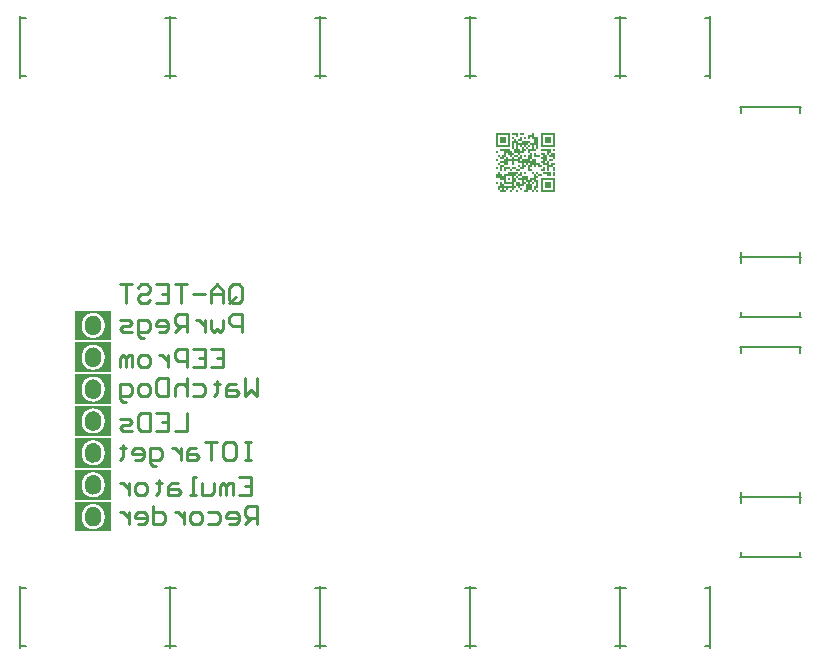
<source format=gbr>
%TF.GenerationSoftware,Altium Limited,Altium Designer,20.2.6 (244)*%
G04 Layer_Color=32896*
%FSLAX45Y45*%
%MOMM*%
%TF.SameCoordinates,1A285BE7-DF3D-4214-9C7A-F78C9B27F18F*%
%TF.FilePolarity,Positive*%
%TF.FileFunction,Legend,Bot*%
%TF.Part,Single*%
G01*
G75*
%TA.AperFunction,NonConductor*%
%ADD77C,0.15000*%
%ADD100C,0.25000*%
%ADD101R,1.20700X0.17200*%
%ADD102R,0.17300X0.17200*%
%ADD103R,0.17300X0.17200*%
%ADD104R,0.34500X0.17200*%
%ADD105R,0.17200X0.17200*%
%ADD106R,0.51700X0.17200*%
%ADD107R,0.17200X0.17300*%
%ADD108R,0.17300X0.17300*%
%ADD109R,0.17200X0.17300*%
%ADD110R,0.51700X0.17300*%
%ADD111R,0.17300X0.17300*%
%ADD112R,0.17200X0.17200*%
%ADD113R,0.51700X0.17200*%
%ADD114R,0.17300X0.17200*%
%ADD115R,0.34500X0.17200*%
%ADD116R,0.51700X0.17200*%
%ADD117R,1.55200X0.17200*%
%ADD118R,0.17200X0.17300*%
%ADD119R,0.51700X0.17300*%
%ADD120R,0.17300X0.17300*%
%ADD121R,0.17300X0.17300*%
%ADD122R,0.51700X0.17300*%
%ADD123R,0.69000X0.17300*%
%ADD124R,0.34500X0.17300*%
%ADD125R,0.17300X0.17200*%
%ADD126R,0.86200X0.17200*%
%ADD127R,0.17200X0.17200*%
%ADD128R,0.17200X0.17200*%
%ADD129R,0.34500X0.17200*%
%ADD130R,0.51700X0.17200*%
%ADD131R,1.20700X0.17300*%
%ADD132R,0.51700X0.17300*%
%ADD133R,0.86200X0.17300*%
%ADD134R,0.34500X0.17300*%
%ADD135R,0.51800X0.17200*%
%ADD136R,0.34500X0.17300*%
%ADD137R,0.17200X0.17300*%
%ADD138R,0.34400X0.17300*%
%ADD139R,1.03400X0.17300*%
%ADD140R,0.68900X0.17200*%
%ADD141R,0.86300X0.17200*%
%ADD142R,0.34400X0.17300*%
%ADD143R,0.34500X0.17200*%
%ADD144R,0.34400X0.17200*%
%ADD145R,0.86200X0.17300*%
%ADD146R,1.55100X0.17200*%
%ADD147R,0.34500X0.17300*%
%ADD148R,0.34400X0.17300*%
%ADD149R,0.69000X0.17300*%
%ADD150R,1.37900X0.17300*%
%ADD151R,0.34400X0.17200*%
%ADD152R,0.34400X0.17200*%
%ADD153R,0.51800X0.17300*%
%ADD154R,0.68900X0.17200*%
%ADD155R,0.68900X0.17300*%
%ADD156R,0.69000X0.17200*%
%ADD157R,1.03500X0.17200*%
%ADD158R,0.69000X0.17200*%
%ADD159R,0.51800X0.17200*%
G36*
X2670000Y1315000D02*
X2370000D01*
Y1565000D01*
X2670000D01*
Y1315000D01*
D02*
G37*
G36*
Y2395000D02*
X2370000D01*
Y2645000D01*
X2670000D01*
Y2395000D01*
D02*
G37*
G36*
Y1855000D02*
X2370000D01*
Y2105000D01*
X2670000D01*
Y1855000D01*
D02*
G37*
G36*
Y1045000D02*
X2370000D01*
Y1295000D01*
X2670000D01*
Y1045000D01*
D02*
G37*
G36*
Y2125000D02*
X2370000D01*
Y2375000D01*
X2670000D01*
Y2125000D01*
D02*
G37*
G36*
Y2665000D02*
X2370000D01*
Y2915000D01*
X2670000D01*
Y2665000D01*
D02*
G37*
G36*
Y1585000D02*
X2370000D01*
Y1835000D01*
X2670000D01*
Y1585000D01*
D02*
G37*
%LPC*%
G36*
X2521333Y1545953D02*
X2520000D01*
X2516002Y1545805D01*
X2512152Y1545657D01*
X2508302Y1545212D01*
X2504600Y1544768D01*
X2497492Y1543287D01*
X2490680Y1541510D01*
X2484460Y1539289D01*
X2478685Y1536772D01*
X2473354Y1534254D01*
X2468468Y1531589D01*
X2464173Y1528775D01*
X2460323Y1526258D01*
X2457065Y1523740D01*
X2454400Y1521667D01*
X2452178Y1519742D01*
X2451290Y1519002D01*
X2450698Y1518261D01*
X2450105Y1517817D01*
X2449661Y1517373D01*
X2449513Y1517225D01*
X2449365Y1517077D01*
X2446848Y1514263D01*
X2444478Y1511450D01*
X2442405Y1508488D01*
X2440332Y1505378D01*
X2436630Y1499011D01*
X2433520Y1492495D01*
X2430855Y1485831D01*
X2428633Y1479168D01*
X2426856Y1472652D01*
X2425376Y1466285D01*
X2424339Y1460361D01*
X2423451Y1454882D01*
X2423154Y1452365D01*
X2422858Y1449996D01*
X2422562Y1447774D01*
X2422414Y1445701D01*
X2422266Y1443776D01*
X2422118Y1442147D01*
Y1440666D01*
X2421970Y1439482D01*
Y1437261D01*
X2422118Y1432226D01*
X2422414Y1427339D01*
X2423006Y1422600D01*
X2423747Y1417862D01*
X2424635Y1413419D01*
X2425672Y1409273D01*
X2426708Y1405275D01*
X2427893Y1401573D01*
X2428930Y1398167D01*
X2429966Y1395205D01*
X2431003Y1392540D01*
X2431891Y1390319D01*
X2432632Y1388393D01*
X2433224Y1387061D01*
X2433520Y1386320D01*
X2433668Y1386024D01*
X2436038Y1381582D01*
X2438555Y1377435D01*
X2441220Y1373585D01*
X2444034Y1369883D01*
X2446848Y1366477D01*
X2449661Y1363368D01*
X2452623Y1360554D01*
X2455288Y1357889D01*
X2457954Y1355667D01*
X2460323Y1353594D01*
X2462544Y1351965D01*
X2464469Y1350484D01*
X2465950Y1349448D01*
X2467135Y1348559D01*
X2467875Y1348115D01*
X2468171Y1347967D01*
X2472466Y1345450D01*
X2476908Y1343377D01*
X2481499Y1341451D01*
X2485941Y1339971D01*
X2490236Y1338638D01*
X2494530Y1337453D01*
X2498676Y1336565D01*
X2502674Y1335824D01*
X2506228Y1335232D01*
X2509634Y1334788D01*
X2512596Y1334492D01*
X2515113Y1334344D01*
X2517186Y1334195D01*
X2518667Y1334047D01*
X2520000D01*
X2524887Y1334195D01*
X2529773Y1334640D01*
X2534512Y1335232D01*
X2538955Y1335972D01*
X2543397Y1337009D01*
X2547395Y1338046D01*
X2551245Y1339230D01*
X2554947Y1340415D01*
X2558205Y1341451D01*
X2561019Y1342636D01*
X2563536Y1343673D01*
X2565757Y1344709D01*
X2567386Y1345450D01*
X2568719Y1346042D01*
X2569459Y1346486D01*
X2569756Y1346634D01*
X2573902Y1349152D01*
X2577900Y1351817D01*
X2581602Y1354779D01*
X2585156Y1357740D01*
X2588266Y1360850D01*
X2591227Y1363960D01*
X2593893Y1366922D01*
X2596262Y1369883D01*
X2598335Y1372697D01*
X2600260Y1375362D01*
X2601889Y1377732D01*
X2603074Y1379805D01*
X2604111Y1381434D01*
X2604851Y1382766D01*
X2605295Y1383507D01*
X2605443Y1383803D01*
X2607665Y1388542D01*
X2609590Y1393280D01*
X2611219Y1398019D01*
X2612699Y1402905D01*
X2613884Y1407644D01*
X2614921Y1412235D01*
X2615809Y1416677D01*
X2616401Y1420972D01*
X2616994Y1424822D01*
X2617438Y1428524D01*
X2617586Y1431633D01*
X2617882Y1434299D01*
Y1436520D01*
X2618030Y1437557D01*
Y1439630D01*
X2617882Y1445257D01*
X2617586Y1450736D01*
X2616994Y1456067D01*
X2616105Y1461102D01*
X2615217Y1465988D01*
X2614180Y1470431D01*
X2613144Y1474725D01*
X2612107Y1478575D01*
X2610922Y1482129D01*
X2609886Y1485239D01*
X2608849Y1488053D01*
X2607961Y1490274D01*
X2607220Y1492199D01*
X2606628Y1493532D01*
X2606184Y1494272D01*
X2606036Y1494568D01*
X2603666Y1499011D01*
X2601149Y1503157D01*
X2598335Y1507007D01*
X2595522Y1510709D01*
X2592708Y1514115D01*
X2589747Y1517225D01*
X2586933Y1520038D01*
X2584120Y1522556D01*
X2581454Y1524777D01*
X2579085Y1526850D01*
X2576864Y1528479D01*
X2574938Y1529812D01*
X2573458Y1530996D01*
X2572273Y1531737D01*
X2571533Y1532181D01*
X2571236Y1532329D01*
X2566942Y1534698D01*
X2562500Y1536772D01*
X2558057Y1538697D01*
X2553615Y1540178D01*
X2549320Y1541510D01*
X2545026Y1542695D01*
X2540880Y1543583D01*
X2537029Y1544324D01*
X2533476Y1544768D01*
X2530218Y1545212D01*
X2527256Y1545508D01*
X2524739Y1545805D01*
X2522814D01*
X2521333Y1545953D01*
D02*
G37*
%LPD*%
G36*
X2523850Y1522408D02*
X2527552Y1522112D01*
X2531106Y1521667D01*
X2534364Y1520927D01*
X2537622Y1520186D01*
X2540583Y1519298D01*
X2543397Y1518409D01*
X2546062Y1517373D01*
X2548432Y1516484D01*
X2550505Y1515448D01*
X2552282Y1514559D01*
X2553911Y1513819D01*
X2555095Y1513079D01*
X2555984Y1512634D01*
X2556576Y1512338D01*
X2556724Y1512190D01*
X2559686Y1510117D01*
X2562500Y1508044D01*
X2565017Y1505674D01*
X2567534Y1503305D01*
X2569756Y1500936D01*
X2571681Y1498566D01*
X2573606Y1496197D01*
X2575235Y1493976D01*
X2576715Y1491755D01*
X2577900Y1489830D01*
X2578937Y1487905D01*
X2579825Y1486424D01*
X2580566Y1485091D01*
X2581010Y1484203D01*
X2581306Y1483462D01*
X2581454Y1483314D01*
X2582935Y1479760D01*
X2584268Y1476058D01*
X2585452Y1472356D01*
X2586489Y1468654D01*
X2587229Y1464952D01*
X2587970Y1461398D01*
X2588562Y1457844D01*
X2589006Y1454586D01*
X2589302Y1451476D01*
X2589599Y1448663D01*
X2589747Y1446145D01*
X2589895Y1443924D01*
X2590043Y1442147D01*
Y1440814D01*
Y1440074D01*
Y1439778D01*
X2589895Y1432522D01*
X2589154Y1425858D01*
X2588266Y1419491D01*
X2586933Y1413567D01*
X2585452Y1408088D01*
X2583823Y1403054D01*
X2582046Y1398611D01*
X2580121Y1394465D01*
X2578344Y1390763D01*
X2576419Y1387653D01*
X2574790Y1384988D01*
X2573310Y1382766D01*
X2571977Y1380989D01*
X2571088Y1379805D01*
X2570496Y1379064D01*
X2570200Y1378768D01*
X2566350Y1375066D01*
X2562351Y1371660D01*
X2558205Y1368847D01*
X2553911Y1366329D01*
X2549765Y1364256D01*
X2545618Y1362479D01*
X2541472Y1361146D01*
X2537622Y1359962D01*
X2533920Y1359073D01*
X2530514Y1358481D01*
X2527552Y1357889D01*
X2524887Y1357592D01*
X2522814Y1357444D01*
X2521925D01*
X2521185Y1357296D01*
X2519852D01*
X2514373Y1357592D01*
X2509042Y1358185D01*
X2504007Y1359221D01*
X2499417Y1360554D01*
X2494974Y1362183D01*
X2490828Y1363960D01*
X2486978Y1365885D01*
X2483572Y1367958D01*
X2480462Y1369883D01*
X2477649Y1371808D01*
X2475427Y1373585D01*
X2473354Y1375214D01*
X2471873Y1376547D01*
X2470689Y1377583D01*
X2470096Y1378176D01*
X2469800Y1378472D01*
X2466246Y1382618D01*
X2463285Y1387061D01*
X2460619Y1391799D01*
X2458398Y1396538D01*
X2456473Y1401425D01*
X2454844Y1406311D01*
X2453511Y1411050D01*
X2452475Y1415641D01*
X2451586Y1419935D01*
X2450994Y1423933D01*
X2450550Y1427635D01*
X2450253Y1430745D01*
X2450105Y1432078D01*
Y1433262D01*
Y1434299D01*
X2449957Y1435187D01*
Y1435928D01*
Y1436372D01*
Y1436668D01*
Y1436816D01*
Y1441111D01*
X2450253Y1445109D01*
X2450401Y1449107D01*
X2450846Y1452957D01*
X2451290Y1456511D01*
X2451882Y1460065D01*
X2453215Y1466581D01*
X2454844Y1472504D01*
X2456473Y1477983D01*
X2458398Y1482870D01*
X2460323Y1487164D01*
X2462248Y1490866D01*
X2464173Y1493976D01*
X2465950Y1496789D01*
X2467431Y1498863D01*
X2468764Y1500640D01*
X2469800Y1501824D01*
X2470393Y1502417D01*
X2470689Y1502713D01*
X2474687Y1506267D01*
X2478833Y1509228D01*
X2482980Y1511894D01*
X2487126Y1514263D01*
X2491420Y1516040D01*
X2495418Y1517669D01*
X2499417Y1519002D01*
X2503267Y1520038D01*
X2506673Y1520927D01*
X2509930Y1521519D01*
X2512892Y1521963D01*
X2515409Y1522260D01*
X2517335Y1522408D01*
X2518815Y1522556D01*
X2520148D01*
X2523850Y1522408D01*
D02*
G37*
%LPC*%
G36*
X2521333Y2625953D02*
X2520000D01*
X2516002Y2625805D01*
X2512152Y2625657D01*
X2508302Y2625212D01*
X2504600Y2624768D01*
X2497492Y2623287D01*
X2490680Y2621510D01*
X2484460Y2619289D01*
X2478685Y2616772D01*
X2473354Y2614254D01*
X2468468Y2611589D01*
X2464173Y2608775D01*
X2460323Y2606258D01*
X2457065Y2603741D01*
X2454400Y2601667D01*
X2452178Y2599742D01*
X2451290Y2599002D01*
X2450698Y2598262D01*
X2450105Y2597817D01*
X2449661Y2597373D01*
X2449513Y2597225D01*
X2449365Y2597077D01*
X2446848Y2594263D01*
X2444478Y2591450D01*
X2442405Y2588488D01*
X2440332Y2585378D01*
X2436630Y2579011D01*
X2433520Y2572495D01*
X2430855Y2565832D01*
X2428633Y2559168D01*
X2426856Y2552652D01*
X2425376Y2546285D01*
X2424339Y2540361D01*
X2423451Y2534882D01*
X2423154Y2532365D01*
X2422858Y2529996D01*
X2422562Y2527774D01*
X2422414Y2525701D01*
X2422266Y2523776D01*
X2422118Y2522147D01*
Y2520667D01*
X2421970Y2519482D01*
Y2517261D01*
X2422118Y2512226D01*
X2422414Y2507339D01*
X2423006Y2502601D01*
X2423747Y2497862D01*
X2424635Y2493419D01*
X2425672Y2489273D01*
X2426708Y2485275D01*
X2427893Y2481573D01*
X2428930Y2478167D01*
X2429966Y2475205D01*
X2431003Y2472540D01*
X2431891Y2470319D01*
X2432632Y2468394D01*
X2433224Y2467061D01*
X2433520Y2466320D01*
X2433668Y2466024D01*
X2436038Y2461582D01*
X2438555Y2457436D01*
X2441220Y2453585D01*
X2444034Y2449883D01*
X2446848Y2446477D01*
X2449661Y2443368D01*
X2452623Y2440554D01*
X2455288Y2437889D01*
X2457954Y2435667D01*
X2460323Y2433594D01*
X2462544Y2431965D01*
X2464469Y2430485D01*
X2465950Y2429448D01*
X2467135Y2428560D01*
X2467875Y2428115D01*
X2468171Y2427967D01*
X2472466Y2425450D01*
X2476908Y2423377D01*
X2481499Y2421452D01*
X2485941Y2419971D01*
X2490236Y2418638D01*
X2494530Y2417453D01*
X2498676Y2416565D01*
X2502674Y2415824D01*
X2506228Y2415232D01*
X2509634Y2414788D01*
X2512596Y2414492D01*
X2515113Y2414344D01*
X2517186Y2414196D01*
X2518667Y2414047D01*
X2520000D01*
X2524887Y2414196D01*
X2529773Y2414640D01*
X2534512Y2415232D01*
X2538955Y2415973D01*
X2543397Y2417009D01*
X2547395Y2418046D01*
X2551245Y2419230D01*
X2554947Y2420415D01*
X2558205Y2421452D01*
X2561019Y2422636D01*
X2563536Y2423673D01*
X2565757Y2424709D01*
X2567386Y2425450D01*
X2568719Y2426042D01*
X2569459Y2426486D01*
X2569756Y2426634D01*
X2573902Y2429152D01*
X2577900Y2431817D01*
X2581602Y2434779D01*
X2585156Y2437741D01*
X2588266Y2440850D01*
X2591227Y2443960D01*
X2593893Y2446922D01*
X2596262Y2449883D01*
X2598335Y2452697D01*
X2600260Y2455362D01*
X2601889Y2457732D01*
X2603074Y2459805D01*
X2604111Y2461434D01*
X2604851Y2462766D01*
X2605295Y2463507D01*
X2605443Y2463803D01*
X2607665Y2468542D01*
X2609590Y2473280D01*
X2611219Y2478019D01*
X2612699Y2482906D01*
X2613884Y2487644D01*
X2614921Y2492235D01*
X2615809Y2496677D01*
X2616401Y2500972D01*
X2616994Y2504822D01*
X2617438Y2508524D01*
X2617586Y2511634D01*
X2617882Y2514299D01*
Y2516520D01*
X2618030Y2517557D01*
Y2519630D01*
X2617882Y2525257D01*
X2617586Y2530736D01*
X2616994Y2536067D01*
X2616105Y2541102D01*
X2615217Y2545989D01*
X2614180Y2550431D01*
X2613144Y2554725D01*
X2612107Y2558576D01*
X2610922Y2562129D01*
X2609886Y2565239D01*
X2608849Y2568053D01*
X2607961Y2570274D01*
X2607220Y2572199D01*
X2606628Y2573532D01*
X2606184Y2574272D01*
X2606036Y2574568D01*
X2603666Y2579011D01*
X2601149Y2583157D01*
X2598335Y2587007D01*
X2595522Y2590709D01*
X2592708Y2594115D01*
X2589747Y2597225D01*
X2586933Y2600038D01*
X2584120Y2602556D01*
X2581454Y2604777D01*
X2579085Y2606850D01*
X2576864Y2608479D01*
X2574938Y2609812D01*
X2573458Y2610997D01*
X2572273Y2611737D01*
X2571533Y2612181D01*
X2571236Y2612329D01*
X2566942Y2614699D01*
X2562500Y2616772D01*
X2558057Y2618697D01*
X2553615Y2620178D01*
X2549320Y2621510D01*
X2545026Y2622695D01*
X2540880Y2623584D01*
X2537029Y2624324D01*
X2533476Y2624768D01*
X2530218Y2625212D01*
X2527256Y2625509D01*
X2524739Y2625805D01*
X2522814D01*
X2521333Y2625953D01*
D02*
G37*
%LPD*%
G36*
X2523850Y2602408D02*
X2527552Y2602112D01*
X2531106Y2601667D01*
X2534364Y2600927D01*
X2537622Y2600187D01*
X2540583Y2599298D01*
X2543397Y2598410D01*
X2546062Y2597373D01*
X2548432Y2596485D01*
X2550505Y2595448D01*
X2552282Y2594559D01*
X2553911Y2593819D01*
X2555095Y2593079D01*
X2555984Y2592634D01*
X2556576Y2592338D01*
X2556724Y2592190D01*
X2559686Y2590117D01*
X2562500Y2588044D01*
X2565017Y2585675D01*
X2567534Y2583305D01*
X2569756Y2580936D01*
X2571681Y2578567D01*
X2573606Y2576197D01*
X2575235Y2573976D01*
X2576715Y2571755D01*
X2577900Y2569830D01*
X2578937Y2567905D01*
X2579825Y2566424D01*
X2580566Y2565091D01*
X2581010Y2564203D01*
X2581306Y2563462D01*
X2581454Y2563314D01*
X2582935Y2559760D01*
X2584268Y2556058D01*
X2585452Y2552356D01*
X2586489Y2548654D01*
X2587229Y2544952D01*
X2587970Y2541398D01*
X2588562Y2537844D01*
X2589006Y2534586D01*
X2589302Y2531477D01*
X2589599Y2528663D01*
X2589747Y2526146D01*
X2589895Y2523924D01*
X2590043Y2522147D01*
Y2520815D01*
Y2520074D01*
Y2519778D01*
X2589895Y2512522D01*
X2589154Y2505858D01*
X2588266Y2499491D01*
X2586933Y2493568D01*
X2585452Y2488088D01*
X2583823Y2483054D01*
X2582046Y2478611D01*
X2580121Y2474465D01*
X2578344Y2470763D01*
X2576419Y2467653D01*
X2574790Y2464988D01*
X2573310Y2462766D01*
X2571977Y2460989D01*
X2571088Y2459805D01*
X2570496Y2459064D01*
X2570200Y2458768D01*
X2566350Y2455066D01*
X2562351Y2451660D01*
X2558205Y2448847D01*
X2553911Y2446329D01*
X2549765Y2444256D01*
X2545618Y2442479D01*
X2541472Y2441147D01*
X2537622Y2439962D01*
X2533920Y2439073D01*
X2530514Y2438481D01*
X2527552Y2437889D01*
X2524887Y2437593D01*
X2522814Y2437444D01*
X2521925D01*
X2521185Y2437296D01*
X2519852D01*
X2514373Y2437593D01*
X2509042Y2438185D01*
X2504007Y2439221D01*
X2499417Y2440554D01*
X2494974Y2442183D01*
X2490828Y2443960D01*
X2486978Y2445885D01*
X2483572Y2447958D01*
X2480462Y2449883D01*
X2477649Y2451808D01*
X2475427Y2453585D01*
X2473354Y2455214D01*
X2471873Y2456547D01*
X2470689Y2457584D01*
X2470096Y2458176D01*
X2469800Y2458472D01*
X2466246Y2462618D01*
X2463285Y2467061D01*
X2460619Y2471799D01*
X2458398Y2476538D01*
X2456473Y2481425D01*
X2454844Y2486312D01*
X2453511Y2491050D01*
X2452475Y2495641D01*
X2451586Y2499935D01*
X2450994Y2503933D01*
X2450550Y2507635D01*
X2450253Y2510745D01*
X2450105Y2512078D01*
Y2513262D01*
Y2514299D01*
X2449957Y2515188D01*
Y2515928D01*
Y2516372D01*
Y2516668D01*
Y2516816D01*
Y2521111D01*
X2450253Y2525109D01*
X2450401Y2529107D01*
X2450846Y2532957D01*
X2451290Y2536511D01*
X2451882Y2540065D01*
X2453215Y2546581D01*
X2454844Y2552504D01*
X2456473Y2557983D01*
X2458398Y2562870D01*
X2460323Y2567164D01*
X2462248Y2570866D01*
X2464173Y2573976D01*
X2465950Y2576790D01*
X2467431Y2578863D01*
X2468764Y2580640D01*
X2469800Y2581824D01*
X2470393Y2582417D01*
X2470689Y2582713D01*
X2474687Y2586267D01*
X2478833Y2589229D01*
X2482980Y2591894D01*
X2487126Y2594263D01*
X2491420Y2596040D01*
X2495418Y2597669D01*
X2499417Y2599002D01*
X2503267Y2600038D01*
X2506673Y2600927D01*
X2509930Y2601519D01*
X2512892Y2601964D01*
X2515409Y2602260D01*
X2517335Y2602408D01*
X2518815Y2602556D01*
X2520148D01*
X2523850Y2602408D01*
D02*
G37*
%LPC*%
G36*
X2521333Y2085953D02*
X2520000D01*
X2516002Y2085805D01*
X2512152Y2085657D01*
X2508302Y2085212D01*
X2504600Y2084768D01*
X2497492Y2083287D01*
X2490680Y2081510D01*
X2484460Y2079289D01*
X2478685Y2076772D01*
X2473354Y2074254D01*
X2468468Y2071589D01*
X2464173Y2068775D01*
X2460323Y2066258D01*
X2457065Y2063741D01*
X2454400Y2061667D01*
X2452178Y2059742D01*
X2451290Y2059002D01*
X2450698Y2058262D01*
X2450105Y2057817D01*
X2449661Y2057373D01*
X2449513Y2057225D01*
X2449365Y2057077D01*
X2446848Y2054263D01*
X2444478Y2051450D01*
X2442405Y2048488D01*
X2440332Y2045378D01*
X2436630Y2039011D01*
X2433520Y2032495D01*
X2430855Y2025832D01*
X2428633Y2019168D01*
X2426856Y2012652D01*
X2425376Y2006285D01*
X2424339Y2000362D01*
X2423451Y1994882D01*
X2423154Y1992365D01*
X2422858Y1989996D01*
X2422562Y1987775D01*
X2422414Y1985701D01*
X2422266Y1983776D01*
X2422118Y1982147D01*
Y1980667D01*
X2421970Y1979482D01*
Y1977261D01*
X2422118Y1972226D01*
X2422414Y1967339D01*
X2423006Y1962601D01*
X2423747Y1957862D01*
X2424635Y1953420D01*
X2425672Y1949273D01*
X2426708Y1945275D01*
X2427893Y1941573D01*
X2428930Y1938167D01*
X2429966Y1935205D01*
X2431003Y1932540D01*
X2431891Y1930319D01*
X2432632Y1928394D01*
X2433224Y1927061D01*
X2433520Y1926321D01*
X2433668Y1926024D01*
X2436038Y1921582D01*
X2438555Y1917436D01*
X2441220Y1913585D01*
X2444034Y1909883D01*
X2446848Y1906478D01*
X2449661Y1903368D01*
X2452623Y1900554D01*
X2455288Y1897889D01*
X2457954Y1895668D01*
X2460323Y1893594D01*
X2462544Y1891965D01*
X2464469Y1890485D01*
X2465950Y1889448D01*
X2467135Y1888560D01*
X2467875Y1888115D01*
X2468171Y1887967D01*
X2472466Y1885450D01*
X2476908Y1883377D01*
X2481499Y1881452D01*
X2485941Y1879971D01*
X2490236Y1878638D01*
X2494530Y1877453D01*
X2498676Y1876565D01*
X2502674Y1875825D01*
X2506228Y1875232D01*
X2509634Y1874788D01*
X2512596Y1874492D01*
X2515113Y1874344D01*
X2517186Y1874196D01*
X2518667Y1874048D01*
X2520000D01*
X2524887Y1874196D01*
X2529773Y1874640D01*
X2534512Y1875232D01*
X2538955Y1875973D01*
X2543397Y1877009D01*
X2547395Y1878046D01*
X2551245Y1879230D01*
X2554947Y1880415D01*
X2558205Y1881452D01*
X2561019Y1882636D01*
X2563536Y1883673D01*
X2565757Y1884709D01*
X2567386Y1885450D01*
X2568719Y1886042D01*
X2569459Y1886486D01*
X2569756Y1886635D01*
X2573902Y1889152D01*
X2577900Y1891817D01*
X2581602Y1894779D01*
X2585156Y1897741D01*
X2588266Y1900850D01*
X2591227Y1903960D01*
X2593893Y1906922D01*
X2596262Y1909883D01*
X2598335Y1912697D01*
X2600260Y1915362D01*
X2601889Y1917732D01*
X2603074Y1919805D01*
X2604111Y1921434D01*
X2604851Y1922767D01*
X2605295Y1923507D01*
X2605443Y1923803D01*
X2607665Y1928542D01*
X2609590Y1933280D01*
X2611219Y1938019D01*
X2612699Y1942906D01*
X2613884Y1947644D01*
X2614921Y1952235D01*
X2615809Y1956677D01*
X2616401Y1960972D01*
X2616994Y1964822D01*
X2617438Y1968524D01*
X2617586Y1971634D01*
X2617882Y1974299D01*
Y1976520D01*
X2618030Y1977557D01*
Y1979630D01*
X2617882Y1985257D01*
X2617586Y1990736D01*
X2616994Y1996067D01*
X2616105Y2001102D01*
X2615217Y2005989D01*
X2614180Y2010431D01*
X2613144Y2014725D01*
X2612107Y2018576D01*
X2610922Y2022130D01*
X2609886Y2025239D01*
X2608849Y2028053D01*
X2607961Y2030274D01*
X2607220Y2032199D01*
X2606628Y2033532D01*
X2606184Y2034272D01*
X2606036Y2034568D01*
X2603666Y2039011D01*
X2601149Y2043157D01*
X2598335Y2047007D01*
X2595522Y2050709D01*
X2592708Y2054115D01*
X2589747Y2057225D01*
X2586933Y2060039D01*
X2584120Y2062556D01*
X2581454Y2064777D01*
X2579085Y2066850D01*
X2576864Y2068479D01*
X2574938Y2069812D01*
X2573458Y2070997D01*
X2572273Y2071737D01*
X2571533Y2072181D01*
X2571236Y2072329D01*
X2566942Y2074699D01*
X2562500Y2076772D01*
X2558057Y2078697D01*
X2553615Y2080178D01*
X2549320Y2081510D01*
X2545026Y2082695D01*
X2540880Y2083584D01*
X2537029Y2084324D01*
X2533476Y2084768D01*
X2530218Y2085212D01*
X2527256Y2085509D01*
X2524739Y2085805D01*
X2522814D01*
X2521333Y2085953D01*
D02*
G37*
%LPD*%
G36*
X2523850Y2062408D02*
X2527552Y2062112D01*
X2531106Y2061667D01*
X2534364Y2060927D01*
X2537622Y2060187D01*
X2540583Y2059298D01*
X2543397Y2058410D01*
X2546062Y2057373D01*
X2548432Y2056485D01*
X2550505Y2055448D01*
X2552282Y2054560D01*
X2553911Y2053819D01*
X2555095Y2053079D01*
X2555984Y2052634D01*
X2556576Y2052338D01*
X2556724Y2052190D01*
X2559686Y2050117D01*
X2562500Y2048044D01*
X2565017Y2045675D01*
X2567534Y2043305D01*
X2569756Y2040936D01*
X2571681Y2038567D01*
X2573606Y2036197D01*
X2575235Y2033976D01*
X2576715Y2031755D01*
X2577900Y2029830D01*
X2578937Y2027905D01*
X2579825Y2026424D01*
X2580566Y2025091D01*
X2581010Y2024203D01*
X2581306Y2023462D01*
X2581454Y2023314D01*
X2582935Y2019760D01*
X2584268Y2016058D01*
X2585452Y2012356D01*
X2586489Y2008654D01*
X2587229Y2004952D01*
X2587970Y2001398D01*
X2588562Y1997844D01*
X2589006Y1994586D01*
X2589302Y1991477D01*
X2589599Y1988663D01*
X2589747Y1986146D01*
X2589895Y1983924D01*
X2590043Y1982147D01*
Y1980815D01*
Y1980074D01*
Y1979778D01*
X2589895Y1972522D01*
X2589154Y1965858D01*
X2588266Y1959491D01*
X2586933Y1953568D01*
X2585452Y1948089D01*
X2583823Y1943054D01*
X2582046Y1938611D01*
X2580121Y1934465D01*
X2578344Y1930763D01*
X2576419Y1927653D01*
X2574790Y1924988D01*
X2573310Y1922767D01*
X2571977Y1920990D01*
X2571088Y1919805D01*
X2570496Y1919064D01*
X2570200Y1918768D01*
X2566350Y1915066D01*
X2562351Y1911660D01*
X2558205Y1908847D01*
X2553911Y1906329D01*
X2549765Y1904256D01*
X2545618Y1902479D01*
X2541472Y1901147D01*
X2537622Y1899962D01*
X2533920Y1899073D01*
X2530514Y1898481D01*
X2527552Y1897889D01*
X2524887Y1897593D01*
X2522814Y1897445D01*
X2521925D01*
X2521185Y1897296D01*
X2519852D01*
X2514373Y1897593D01*
X2509042Y1898185D01*
X2504007Y1899221D01*
X2499417Y1900554D01*
X2494974Y1902183D01*
X2490828Y1903960D01*
X2486978Y1905885D01*
X2483572Y1907958D01*
X2480462Y1909883D01*
X2477649Y1911808D01*
X2475427Y1913585D01*
X2473354Y1915214D01*
X2471873Y1916547D01*
X2470689Y1917584D01*
X2470096Y1918176D01*
X2469800Y1918472D01*
X2466246Y1922618D01*
X2463285Y1927061D01*
X2460619Y1931800D01*
X2458398Y1936538D01*
X2456473Y1941425D01*
X2454844Y1946312D01*
X2453511Y1951050D01*
X2452475Y1955641D01*
X2451586Y1959935D01*
X2450994Y1963933D01*
X2450550Y1967635D01*
X2450253Y1970745D01*
X2450105Y1972078D01*
Y1973262D01*
Y1974299D01*
X2449957Y1975188D01*
Y1975928D01*
Y1976372D01*
Y1976668D01*
Y1976816D01*
Y1981111D01*
X2450253Y1985109D01*
X2450401Y1989107D01*
X2450846Y1992957D01*
X2451290Y1996511D01*
X2451882Y2000065D01*
X2453215Y2006581D01*
X2454844Y2012504D01*
X2456473Y2017983D01*
X2458398Y2022870D01*
X2460323Y2027164D01*
X2462248Y2030866D01*
X2464173Y2033976D01*
X2465950Y2036790D01*
X2467431Y2038863D01*
X2468764Y2040640D01*
X2469800Y2041824D01*
X2470393Y2042417D01*
X2470689Y2042713D01*
X2474687Y2046267D01*
X2478833Y2049229D01*
X2482980Y2051894D01*
X2487126Y2054263D01*
X2491420Y2056040D01*
X2495418Y2057669D01*
X2499417Y2059002D01*
X2503267Y2060039D01*
X2506673Y2060927D01*
X2509930Y2061519D01*
X2512892Y2061964D01*
X2515409Y2062260D01*
X2517335Y2062408D01*
X2518815Y2062556D01*
X2520148D01*
X2523850Y2062408D01*
D02*
G37*
%LPC*%
G36*
X2521333Y1275953D02*
X2520000D01*
X2516002Y1275805D01*
X2512152Y1275657D01*
X2508302Y1275212D01*
X2504600Y1274768D01*
X2497492Y1273287D01*
X2490680Y1271510D01*
X2484460Y1269289D01*
X2478685Y1266772D01*
X2473354Y1264254D01*
X2468468Y1261589D01*
X2464173Y1258775D01*
X2460323Y1256258D01*
X2457065Y1253740D01*
X2454400Y1251667D01*
X2452178Y1249742D01*
X2451290Y1249002D01*
X2450698Y1248261D01*
X2450105Y1247817D01*
X2449661Y1247373D01*
X2449513Y1247225D01*
X2449365Y1247077D01*
X2446848Y1244263D01*
X2444478Y1241450D01*
X2442405Y1238488D01*
X2440332Y1235378D01*
X2436630Y1229011D01*
X2433520Y1222495D01*
X2430855Y1215831D01*
X2428633Y1209168D01*
X2426856Y1202652D01*
X2425376Y1196285D01*
X2424339Y1190361D01*
X2423451Y1184882D01*
X2423154Y1182365D01*
X2422858Y1179996D01*
X2422562Y1177774D01*
X2422414Y1175701D01*
X2422266Y1173776D01*
X2422118Y1172147D01*
Y1170666D01*
X2421970Y1169482D01*
Y1167261D01*
X2422118Y1162226D01*
X2422414Y1157339D01*
X2423006Y1152600D01*
X2423747Y1147862D01*
X2424635Y1143419D01*
X2425672Y1139273D01*
X2426708Y1135275D01*
X2427893Y1131573D01*
X2428930Y1128167D01*
X2429966Y1125205D01*
X2431003Y1122540D01*
X2431891Y1120319D01*
X2432632Y1118393D01*
X2433224Y1117061D01*
X2433520Y1116320D01*
X2433668Y1116024D01*
X2436038Y1111582D01*
X2438555Y1107435D01*
X2441220Y1103585D01*
X2444034Y1099883D01*
X2446848Y1096477D01*
X2449661Y1093368D01*
X2452623Y1090554D01*
X2455288Y1087889D01*
X2457954Y1085667D01*
X2460323Y1083594D01*
X2462544Y1081965D01*
X2464469Y1080485D01*
X2465950Y1079448D01*
X2467135Y1078559D01*
X2467875Y1078115D01*
X2468171Y1077967D01*
X2472466Y1075450D01*
X2476908Y1073377D01*
X2481499Y1071452D01*
X2485941Y1069971D01*
X2490236Y1068638D01*
X2494530Y1067453D01*
X2498676Y1066565D01*
X2502674Y1065824D01*
X2506228Y1065232D01*
X2509634Y1064788D01*
X2512596Y1064492D01*
X2515113Y1064344D01*
X2517186Y1064195D01*
X2518667Y1064047D01*
X2520000D01*
X2524887Y1064195D01*
X2529773Y1064640D01*
X2534512Y1065232D01*
X2538955Y1065972D01*
X2543397Y1067009D01*
X2547395Y1068046D01*
X2551245Y1069230D01*
X2554947Y1070415D01*
X2558205Y1071452D01*
X2561019Y1072636D01*
X2563536Y1073673D01*
X2565757Y1074709D01*
X2567386Y1075450D01*
X2568719Y1076042D01*
X2569459Y1076486D01*
X2569756Y1076634D01*
X2573902Y1079152D01*
X2577900Y1081817D01*
X2581602Y1084779D01*
X2585156Y1087741D01*
X2588266Y1090850D01*
X2591227Y1093960D01*
X2593893Y1096922D01*
X2596262Y1099883D01*
X2598335Y1102697D01*
X2600260Y1105362D01*
X2601889Y1107732D01*
X2603074Y1109805D01*
X2604111Y1111434D01*
X2604851Y1112766D01*
X2605295Y1113507D01*
X2605443Y1113803D01*
X2607665Y1118542D01*
X2609590Y1123280D01*
X2611219Y1128019D01*
X2612699Y1132906D01*
X2613884Y1137644D01*
X2614921Y1142235D01*
X2615809Y1146677D01*
X2616401Y1150972D01*
X2616994Y1154822D01*
X2617438Y1158524D01*
X2617586Y1161633D01*
X2617882Y1164299D01*
Y1166520D01*
X2618030Y1167557D01*
Y1169630D01*
X2617882Y1175257D01*
X2617586Y1180736D01*
X2616994Y1186067D01*
X2616105Y1191102D01*
X2615217Y1195988D01*
X2614180Y1200431D01*
X2613144Y1204725D01*
X2612107Y1208575D01*
X2610922Y1212129D01*
X2609886Y1215239D01*
X2608849Y1218053D01*
X2607961Y1220274D01*
X2607220Y1222199D01*
X2606628Y1223532D01*
X2606184Y1224272D01*
X2606036Y1224568D01*
X2603666Y1229011D01*
X2601149Y1233157D01*
X2598335Y1237007D01*
X2595522Y1240709D01*
X2592708Y1244115D01*
X2589747Y1247225D01*
X2586933Y1250038D01*
X2584120Y1252556D01*
X2581454Y1254777D01*
X2579085Y1256850D01*
X2576864Y1258479D01*
X2574938Y1259812D01*
X2573458Y1260996D01*
X2572273Y1261737D01*
X2571533Y1262181D01*
X2571236Y1262329D01*
X2566942Y1264699D01*
X2562500Y1266772D01*
X2558057Y1268697D01*
X2553615Y1270178D01*
X2549320Y1271510D01*
X2545026Y1272695D01*
X2540880Y1273583D01*
X2537029Y1274324D01*
X2533476Y1274768D01*
X2530218Y1275212D01*
X2527256Y1275508D01*
X2524739Y1275805D01*
X2522814D01*
X2521333Y1275953D01*
D02*
G37*
%LPD*%
G36*
X2523850Y1252408D02*
X2527552Y1252112D01*
X2531106Y1251667D01*
X2534364Y1250927D01*
X2537622Y1250186D01*
X2540583Y1249298D01*
X2543397Y1248409D01*
X2546062Y1247373D01*
X2548432Y1246484D01*
X2550505Y1245448D01*
X2552282Y1244559D01*
X2553911Y1243819D01*
X2555095Y1243079D01*
X2555984Y1242634D01*
X2556576Y1242338D01*
X2556724Y1242190D01*
X2559686Y1240117D01*
X2562500Y1238044D01*
X2565017Y1235674D01*
X2567534Y1233305D01*
X2569756Y1230936D01*
X2571681Y1228567D01*
X2573606Y1226197D01*
X2575235Y1223976D01*
X2576715Y1221755D01*
X2577900Y1219830D01*
X2578937Y1217905D01*
X2579825Y1216424D01*
X2580566Y1215091D01*
X2581010Y1214203D01*
X2581306Y1213462D01*
X2581454Y1213314D01*
X2582935Y1209760D01*
X2584268Y1206058D01*
X2585452Y1202356D01*
X2586489Y1198654D01*
X2587229Y1194952D01*
X2587970Y1191398D01*
X2588562Y1187844D01*
X2589006Y1184586D01*
X2589302Y1181476D01*
X2589599Y1178663D01*
X2589747Y1176145D01*
X2589895Y1173924D01*
X2590043Y1172147D01*
Y1170815D01*
Y1170074D01*
Y1169778D01*
X2589895Y1162522D01*
X2589154Y1155858D01*
X2588266Y1149491D01*
X2586933Y1143567D01*
X2585452Y1138088D01*
X2583823Y1133054D01*
X2582046Y1128611D01*
X2580121Y1124465D01*
X2578344Y1120763D01*
X2576419Y1117653D01*
X2574790Y1114988D01*
X2573310Y1112766D01*
X2571977Y1110989D01*
X2571088Y1109805D01*
X2570496Y1109064D01*
X2570200Y1108768D01*
X2566350Y1105066D01*
X2562351Y1101660D01*
X2558205Y1098847D01*
X2553911Y1096329D01*
X2549765Y1094256D01*
X2545618Y1092479D01*
X2541472Y1091146D01*
X2537622Y1089962D01*
X2533920Y1089073D01*
X2530514Y1088481D01*
X2527552Y1087889D01*
X2524887Y1087592D01*
X2522814Y1087444D01*
X2521925D01*
X2521185Y1087296D01*
X2519852D01*
X2514373Y1087592D01*
X2509042Y1088185D01*
X2504007Y1089221D01*
X2499417Y1090554D01*
X2494974Y1092183D01*
X2490828Y1093960D01*
X2486978Y1095885D01*
X2483572Y1097958D01*
X2480462Y1099883D01*
X2477649Y1101808D01*
X2475427Y1103585D01*
X2473354Y1105214D01*
X2471873Y1106547D01*
X2470689Y1107584D01*
X2470096Y1108176D01*
X2469800Y1108472D01*
X2466246Y1112618D01*
X2463285Y1117061D01*
X2460619Y1121799D01*
X2458398Y1126538D01*
X2456473Y1131425D01*
X2454844Y1136311D01*
X2453511Y1141050D01*
X2452475Y1145641D01*
X2451586Y1149935D01*
X2450994Y1153933D01*
X2450550Y1157635D01*
X2450253Y1160745D01*
X2450105Y1162078D01*
Y1163262D01*
Y1164299D01*
X2449957Y1165187D01*
Y1165928D01*
Y1166372D01*
Y1166668D01*
Y1166816D01*
Y1171111D01*
X2450253Y1175109D01*
X2450401Y1179107D01*
X2450846Y1182957D01*
X2451290Y1186511D01*
X2451882Y1190065D01*
X2453215Y1196581D01*
X2454844Y1202504D01*
X2456473Y1207983D01*
X2458398Y1212870D01*
X2460323Y1217164D01*
X2462248Y1220866D01*
X2464173Y1223976D01*
X2465950Y1226790D01*
X2467431Y1228863D01*
X2468764Y1230640D01*
X2469800Y1231824D01*
X2470393Y1232417D01*
X2470689Y1232713D01*
X2474687Y1236267D01*
X2478833Y1239228D01*
X2482980Y1241894D01*
X2487126Y1244263D01*
X2491420Y1246040D01*
X2495418Y1247669D01*
X2499417Y1249002D01*
X2503267Y1250038D01*
X2506673Y1250927D01*
X2509930Y1251519D01*
X2512892Y1251963D01*
X2515409Y1252260D01*
X2517335Y1252408D01*
X2518815Y1252556D01*
X2520148D01*
X2523850Y1252408D01*
D02*
G37*
%LPC*%
G36*
X2521333Y2355953D02*
X2520000D01*
X2516002Y2355805D01*
X2512152Y2355657D01*
X2508302Y2355212D01*
X2504600Y2354768D01*
X2497492Y2353287D01*
X2490680Y2351510D01*
X2484460Y2349289D01*
X2478685Y2346772D01*
X2473354Y2344254D01*
X2468468Y2341589D01*
X2464173Y2338775D01*
X2460323Y2336258D01*
X2457065Y2333741D01*
X2454400Y2331667D01*
X2452178Y2329742D01*
X2451290Y2329002D01*
X2450698Y2328262D01*
X2450105Y2327817D01*
X2449661Y2327373D01*
X2449513Y2327225D01*
X2449365Y2327077D01*
X2446848Y2324263D01*
X2444478Y2321450D01*
X2442405Y2318488D01*
X2440332Y2315378D01*
X2436630Y2309011D01*
X2433520Y2302495D01*
X2430855Y2295832D01*
X2428633Y2289168D01*
X2426856Y2282652D01*
X2425376Y2276285D01*
X2424339Y2270361D01*
X2423451Y2264882D01*
X2423154Y2262365D01*
X2422858Y2259996D01*
X2422562Y2257775D01*
X2422414Y2255701D01*
X2422266Y2253776D01*
X2422118Y2252147D01*
Y2250667D01*
X2421970Y2249482D01*
Y2247261D01*
X2422118Y2242226D01*
X2422414Y2237339D01*
X2423006Y2232601D01*
X2423747Y2227862D01*
X2424635Y2223419D01*
X2425672Y2219273D01*
X2426708Y2215275D01*
X2427893Y2211573D01*
X2428930Y2208167D01*
X2429966Y2205205D01*
X2431003Y2202540D01*
X2431891Y2200319D01*
X2432632Y2198394D01*
X2433224Y2197061D01*
X2433520Y2196320D01*
X2433668Y2196024D01*
X2436038Y2191582D01*
X2438555Y2187436D01*
X2441220Y2183585D01*
X2444034Y2179883D01*
X2446848Y2176477D01*
X2449661Y2173368D01*
X2452623Y2170554D01*
X2455288Y2167889D01*
X2457954Y2165667D01*
X2460323Y2163594D01*
X2462544Y2161965D01*
X2464469Y2160485D01*
X2465950Y2159448D01*
X2467135Y2158560D01*
X2467875Y2158115D01*
X2468171Y2157967D01*
X2472466Y2155450D01*
X2476908Y2153377D01*
X2481499Y2151452D01*
X2485941Y2149971D01*
X2490236Y2148638D01*
X2494530Y2147453D01*
X2498676Y2146565D01*
X2502674Y2145825D01*
X2506228Y2145232D01*
X2509634Y2144788D01*
X2512596Y2144492D01*
X2515113Y2144344D01*
X2517186Y2144196D01*
X2518667Y2144048D01*
X2520000D01*
X2524887Y2144196D01*
X2529773Y2144640D01*
X2534512Y2145232D01*
X2538955Y2145973D01*
X2543397Y2147009D01*
X2547395Y2148046D01*
X2551245Y2149230D01*
X2554947Y2150415D01*
X2558205Y2151452D01*
X2561019Y2152636D01*
X2563536Y2153673D01*
X2565757Y2154709D01*
X2567386Y2155450D01*
X2568719Y2156042D01*
X2569459Y2156486D01*
X2569756Y2156634D01*
X2573902Y2159152D01*
X2577900Y2161817D01*
X2581602Y2164779D01*
X2585156Y2167741D01*
X2588266Y2170850D01*
X2591227Y2173960D01*
X2593893Y2176922D01*
X2596262Y2179883D01*
X2598335Y2182697D01*
X2600260Y2185362D01*
X2601889Y2187732D01*
X2603074Y2189805D01*
X2604111Y2191434D01*
X2604851Y2192767D01*
X2605295Y2193507D01*
X2605443Y2193803D01*
X2607665Y2198542D01*
X2609590Y2203280D01*
X2611219Y2208019D01*
X2612699Y2212906D01*
X2613884Y2217644D01*
X2614921Y2222235D01*
X2615809Y2226677D01*
X2616401Y2230972D01*
X2616994Y2234822D01*
X2617438Y2238524D01*
X2617586Y2241634D01*
X2617882Y2244299D01*
Y2246520D01*
X2618030Y2247557D01*
Y2249630D01*
X2617882Y2255257D01*
X2617586Y2260736D01*
X2616994Y2266067D01*
X2616105Y2271102D01*
X2615217Y2275989D01*
X2614180Y2280431D01*
X2613144Y2284725D01*
X2612107Y2288576D01*
X2610922Y2292130D01*
X2609886Y2295239D01*
X2608849Y2298053D01*
X2607961Y2300274D01*
X2607220Y2302199D01*
X2606628Y2303532D01*
X2606184Y2304272D01*
X2606036Y2304568D01*
X2603666Y2309011D01*
X2601149Y2313157D01*
X2598335Y2317007D01*
X2595522Y2320709D01*
X2592708Y2324115D01*
X2589747Y2327225D01*
X2586933Y2330039D01*
X2584120Y2332556D01*
X2581454Y2334777D01*
X2579085Y2336850D01*
X2576864Y2338479D01*
X2574938Y2339812D01*
X2573458Y2340997D01*
X2572273Y2341737D01*
X2571533Y2342181D01*
X2571236Y2342329D01*
X2566942Y2344699D01*
X2562500Y2346772D01*
X2558057Y2348697D01*
X2553615Y2350178D01*
X2549320Y2351510D01*
X2545026Y2352695D01*
X2540880Y2353584D01*
X2537029Y2354324D01*
X2533476Y2354768D01*
X2530218Y2355212D01*
X2527256Y2355509D01*
X2524739Y2355805D01*
X2522814D01*
X2521333Y2355953D01*
D02*
G37*
%LPD*%
G36*
X2523850Y2332408D02*
X2527552Y2332112D01*
X2531106Y2331667D01*
X2534364Y2330927D01*
X2537622Y2330187D01*
X2540583Y2329298D01*
X2543397Y2328410D01*
X2546062Y2327373D01*
X2548432Y2326485D01*
X2550505Y2325448D01*
X2552282Y2324559D01*
X2553911Y2323819D01*
X2555095Y2323079D01*
X2555984Y2322634D01*
X2556576Y2322338D01*
X2556724Y2322190D01*
X2559686Y2320117D01*
X2562500Y2318044D01*
X2565017Y2315675D01*
X2567534Y2313305D01*
X2569756Y2310936D01*
X2571681Y2308567D01*
X2573606Y2306197D01*
X2575235Y2303976D01*
X2576715Y2301755D01*
X2577900Y2299830D01*
X2578937Y2297905D01*
X2579825Y2296424D01*
X2580566Y2295091D01*
X2581010Y2294203D01*
X2581306Y2293462D01*
X2581454Y2293314D01*
X2582935Y2289760D01*
X2584268Y2286058D01*
X2585452Y2282356D01*
X2586489Y2278654D01*
X2587229Y2274952D01*
X2587970Y2271398D01*
X2588562Y2267844D01*
X2589006Y2264586D01*
X2589302Y2261477D01*
X2589599Y2258663D01*
X2589747Y2256146D01*
X2589895Y2253924D01*
X2590043Y2252147D01*
Y2250815D01*
Y2250074D01*
Y2249778D01*
X2589895Y2242522D01*
X2589154Y2235858D01*
X2588266Y2229491D01*
X2586933Y2223568D01*
X2585452Y2218089D01*
X2583823Y2213054D01*
X2582046Y2208611D01*
X2580121Y2204465D01*
X2578344Y2200763D01*
X2576419Y2197653D01*
X2574790Y2194988D01*
X2573310Y2192767D01*
X2571977Y2190990D01*
X2571088Y2189805D01*
X2570496Y2189064D01*
X2570200Y2188768D01*
X2566350Y2185066D01*
X2562351Y2181660D01*
X2558205Y2178847D01*
X2553911Y2176329D01*
X2549765Y2174256D01*
X2545618Y2172479D01*
X2541472Y2171147D01*
X2537622Y2169962D01*
X2533920Y2169073D01*
X2530514Y2168481D01*
X2527552Y2167889D01*
X2524887Y2167593D01*
X2522814Y2167444D01*
X2521925D01*
X2521185Y2167296D01*
X2519852D01*
X2514373Y2167593D01*
X2509042Y2168185D01*
X2504007Y2169221D01*
X2499417Y2170554D01*
X2494974Y2172183D01*
X2490828Y2173960D01*
X2486978Y2175885D01*
X2483572Y2177958D01*
X2480462Y2179883D01*
X2477649Y2181808D01*
X2475427Y2183585D01*
X2473354Y2185214D01*
X2471873Y2186547D01*
X2470689Y2187584D01*
X2470096Y2188176D01*
X2469800Y2188472D01*
X2466246Y2192618D01*
X2463285Y2197061D01*
X2460619Y2201800D01*
X2458398Y2206538D01*
X2456473Y2211425D01*
X2454844Y2216312D01*
X2453511Y2221050D01*
X2452475Y2225641D01*
X2451586Y2229935D01*
X2450994Y2233933D01*
X2450550Y2237635D01*
X2450253Y2240745D01*
X2450105Y2242078D01*
Y2243262D01*
Y2244299D01*
X2449957Y2245188D01*
Y2245928D01*
Y2246372D01*
Y2246668D01*
Y2246816D01*
Y2251111D01*
X2450253Y2255109D01*
X2450401Y2259107D01*
X2450846Y2262957D01*
X2451290Y2266511D01*
X2451882Y2270065D01*
X2453215Y2276581D01*
X2454844Y2282504D01*
X2456473Y2287983D01*
X2458398Y2292870D01*
X2460323Y2297164D01*
X2462248Y2300866D01*
X2464173Y2303976D01*
X2465950Y2306790D01*
X2467431Y2308863D01*
X2468764Y2310640D01*
X2469800Y2311824D01*
X2470393Y2312417D01*
X2470689Y2312713D01*
X2474687Y2316267D01*
X2478833Y2319229D01*
X2482980Y2321894D01*
X2487126Y2324263D01*
X2491420Y2326040D01*
X2495418Y2327669D01*
X2499417Y2329002D01*
X2503267Y2330039D01*
X2506673Y2330927D01*
X2509930Y2331519D01*
X2512892Y2331964D01*
X2515409Y2332260D01*
X2517335Y2332408D01*
X2518815Y2332556D01*
X2520148D01*
X2523850Y2332408D01*
D02*
G37*
%LPC*%
G36*
X2521333Y2895953D02*
X2520000D01*
X2516002Y2895805D01*
X2512152Y2895657D01*
X2508302Y2895212D01*
X2504600Y2894768D01*
X2497492Y2893287D01*
X2490680Y2891510D01*
X2484460Y2889289D01*
X2478685Y2886772D01*
X2473354Y2884254D01*
X2468468Y2881589D01*
X2464173Y2878775D01*
X2460323Y2876258D01*
X2457065Y2873741D01*
X2454400Y2871667D01*
X2452178Y2869742D01*
X2451290Y2869002D01*
X2450698Y2868261D01*
X2450105Y2867817D01*
X2449661Y2867373D01*
X2449513Y2867225D01*
X2449365Y2867077D01*
X2446848Y2864263D01*
X2444478Y2861450D01*
X2442405Y2858488D01*
X2440332Y2855378D01*
X2436630Y2849011D01*
X2433520Y2842495D01*
X2430855Y2835832D01*
X2428633Y2829168D01*
X2426856Y2822652D01*
X2425376Y2816285D01*
X2424339Y2810361D01*
X2423451Y2804882D01*
X2423154Y2802365D01*
X2422858Y2799996D01*
X2422562Y2797774D01*
X2422414Y2795701D01*
X2422266Y2793776D01*
X2422118Y2792147D01*
Y2790667D01*
X2421970Y2789482D01*
Y2787261D01*
X2422118Y2782226D01*
X2422414Y2777339D01*
X2423006Y2772600D01*
X2423747Y2767862D01*
X2424635Y2763419D01*
X2425672Y2759273D01*
X2426708Y2755275D01*
X2427893Y2751573D01*
X2428930Y2748167D01*
X2429966Y2745205D01*
X2431003Y2742540D01*
X2431891Y2740319D01*
X2432632Y2738394D01*
X2433224Y2737061D01*
X2433520Y2736320D01*
X2433668Y2736024D01*
X2436038Y2731582D01*
X2438555Y2727435D01*
X2441220Y2723585D01*
X2444034Y2719883D01*
X2446848Y2716477D01*
X2449661Y2713368D01*
X2452623Y2710554D01*
X2455288Y2707889D01*
X2457954Y2705667D01*
X2460323Y2703594D01*
X2462544Y2701965D01*
X2464469Y2700485D01*
X2465950Y2699448D01*
X2467135Y2698560D01*
X2467875Y2698115D01*
X2468171Y2697967D01*
X2472466Y2695450D01*
X2476908Y2693377D01*
X2481499Y2691452D01*
X2485941Y2689971D01*
X2490236Y2688638D01*
X2494530Y2687453D01*
X2498676Y2686565D01*
X2502674Y2685824D01*
X2506228Y2685232D01*
X2509634Y2684788D01*
X2512596Y2684492D01*
X2515113Y2684344D01*
X2517186Y2684196D01*
X2518667Y2684047D01*
X2520000D01*
X2524887Y2684196D01*
X2529773Y2684640D01*
X2534512Y2685232D01*
X2538955Y2685973D01*
X2543397Y2687009D01*
X2547395Y2688046D01*
X2551245Y2689230D01*
X2554947Y2690415D01*
X2558205Y2691452D01*
X2561019Y2692636D01*
X2563536Y2693673D01*
X2565757Y2694709D01*
X2567386Y2695450D01*
X2568719Y2696042D01*
X2569459Y2696486D01*
X2569756Y2696634D01*
X2573902Y2699152D01*
X2577900Y2701817D01*
X2581602Y2704779D01*
X2585156Y2707741D01*
X2588266Y2710850D01*
X2591227Y2713960D01*
X2593893Y2716922D01*
X2596262Y2719883D01*
X2598335Y2722697D01*
X2600260Y2725362D01*
X2601889Y2727732D01*
X2603074Y2729805D01*
X2604111Y2731434D01*
X2604851Y2732766D01*
X2605295Y2733507D01*
X2605443Y2733803D01*
X2607665Y2738542D01*
X2609590Y2743280D01*
X2611219Y2748019D01*
X2612699Y2752906D01*
X2613884Y2757644D01*
X2614921Y2762235D01*
X2615809Y2766677D01*
X2616401Y2770972D01*
X2616994Y2774822D01*
X2617438Y2778524D01*
X2617586Y2781634D01*
X2617882Y2784299D01*
Y2786520D01*
X2618030Y2787557D01*
Y2789630D01*
X2617882Y2795257D01*
X2617586Y2800736D01*
X2616994Y2806067D01*
X2616105Y2811102D01*
X2615217Y2815989D01*
X2614180Y2820431D01*
X2613144Y2824725D01*
X2612107Y2828575D01*
X2610922Y2832129D01*
X2609886Y2835239D01*
X2608849Y2838053D01*
X2607961Y2840274D01*
X2607220Y2842199D01*
X2606628Y2843532D01*
X2606184Y2844272D01*
X2606036Y2844568D01*
X2603666Y2849011D01*
X2601149Y2853157D01*
X2598335Y2857007D01*
X2595522Y2860709D01*
X2592708Y2864115D01*
X2589747Y2867225D01*
X2586933Y2870038D01*
X2584120Y2872556D01*
X2581454Y2874777D01*
X2579085Y2876850D01*
X2576864Y2878479D01*
X2574938Y2879812D01*
X2573458Y2880997D01*
X2572273Y2881737D01*
X2571533Y2882181D01*
X2571236Y2882329D01*
X2566942Y2884699D01*
X2562500Y2886772D01*
X2558057Y2888697D01*
X2553615Y2890178D01*
X2549320Y2891510D01*
X2545026Y2892695D01*
X2540880Y2893583D01*
X2537029Y2894324D01*
X2533476Y2894768D01*
X2530218Y2895212D01*
X2527256Y2895509D01*
X2524739Y2895805D01*
X2522814D01*
X2521333Y2895953D01*
D02*
G37*
%LPD*%
G36*
X2523850Y2872408D02*
X2527552Y2872112D01*
X2531106Y2871667D01*
X2534364Y2870927D01*
X2537622Y2870187D01*
X2540583Y2869298D01*
X2543397Y2868410D01*
X2546062Y2867373D01*
X2548432Y2866484D01*
X2550505Y2865448D01*
X2552282Y2864559D01*
X2553911Y2863819D01*
X2555095Y2863079D01*
X2555984Y2862634D01*
X2556576Y2862338D01*
X2556724Y2862190D01*
X2559686Y2860117D01*
X2562500Y2858044D01*
X2565017Y2855675D01*
X2567534Y2853305D01*
X2569756Y2850936D01*
X2571681Y2848567D01*
X2573606Y2846197D01*
X2575235Y2843976D01*
X2576715Y2841755D01*
X2577900Y2839830D01*
X2578937Y2837905D01*
X2579825Y2836424D01*
X2580566Y2835091D01*
X2581010Y2834203D01*
X2581306Y2833462D01*
X2581454Y2833314D01*
X2582935Y2829760D01*
X2584268Y2826058D01*
X2585452Y2822356D01*
X2586489Y2818654D01*
X2587229Y2814952D01*
X2587970Y2811398D01*
X2588562Y2807844D01*
X2589006Y2804586D01*
X2589302Y2801476D01*
X2589599Y2798663D01*
X2589747Y2796146D01*
X2589895Y2793924D01*
X2590043Y2792147D01*
Y2790815D01*
Y2790074D01*
Y2789778D01*
X2589895Y2782522D01*
X2589154Y2775858D01*
X2588266Y2769491D01*
X2586933Y2763567D01*
X2585452Y2758088D01*
X2583823Y2753054D01*
X2582046Y2748611D01*
X2580121Y2744465D01*
X2578344Y2740763D01*
X2576419Y2737653D01*
X2574790Y2734988D01*
X2573310Y2732766D01*
X2571977Y2730989D01*
X2571088Y2729805D01*
X2570496Y2729064D01*
X2570200Y2728768D01*
X2566350Y2725066D01*
X2562351Y2721660D01*
X2558205Y2718847D01*
X2553911Y2716329D01*
X2549765Y2714256D01*
X2545618Y2712479D01*
X2541472Y2711146D01*
X2537622Y2709962D01*
X2533920Y2709073D01*
X2530514Y2708481D01*
X2527552Y2707889D01*
X2524887Y2707593D01*
X2522814Y2707444D01*
X2521925D01*
X2521185Y2707296D01*
X2519852D01*
X2514373Y2707593D01*
X2509042Y2708185D01*
X2504007Y2709221D01*
X2499417Y2710554D01*
X2494974Y2712183D01*
X2490828Y2713960D01*
X2486978Y2715885D01*
X2483572Y2717958D01*
X2480462Y2719883D01*
X2477649Y2721808D01*
X2475427Y2723585D01*
X2473354Y2725214D01*
X2471873Y2726547D01*
X2470689Y2727584D01*
X2470096Y2728176D01*
X2469800Y2728472D01*
X2466246Y2732618D01*
X2463285Y2737061D01*
X2460619Y2741799D01*
X2458398Y2746538D01*
X2456473Y2751425D01*
X2454844Y2756311D01*
X2453511Y2761050D01*
X2452475Y2765641D01*
X2451586Y2769935D01*
X2450994Y2773933D01*
X2450550Y2777635D01*
X2450253Y2780745D01*
X2450105Y2782078D01*
Y2783262D01*
Y2784299D01*
X2449957Y2785187D01*
Y2785928D01*
Y2786372D01*
Y2786668D01*
Y2786816D01*
Y2791111D01*
X2450253Y2795109D01*
X2450401Y2799107D01*
X2450846Y2802957D01*
X2451290Y2806511D01*
X2451882Y2810065D01*
X2453215Y2816581D01*
X2454844Y2822504D01*
X2456473Y2827983D01*
X2458398Y2832870D01*
X2460323Y2837164D01*
X2462248Y2840866D01*
X2464173Y2843976D01*
X2465950Y2846790D01*
X2467431Y2848863D01*
X2468764Y2850640D01*
X2469800Y2851824D01*
X2470393Y2852417D01*
X2470689Y2852713D01*
X2474687Y2856267D01*
X2478833Y2859228D01*
X2482980Y2861894D01*
X2487126Y2864263D01*
X2491420Y2866040D01*
X2495418Y2867669D01*
X2499417Y2869002D01*
X2503267Y2870038D01*
X2506673Y2870927D01*
X2509930Y2871519D01*
X2512892Y2871964D01*
X2515409Y2872260D01*
X2517335Y2872408D01*
X2518815Y2872556D01*
X2520148D01*
X2523850Y2872408D01*
D02*
G37*
%LPC*%
G36*
X2521333Y1815953D02*
X2520000D01*
X2516002Y1815805D01*
X2512152Y1815657D01*
X2508302Y1815212D01*
X2504600Y1814768D01*
X2497492Y1813287D01*
X2490680Y1811510D01*
X2484460Y1809289D01*
X2478685Y1806772D01*
X2473354Y1804254D01*
X2468468Y1801589D01*
X2464173Y1798775D01*
X2460323Y1796258D01*
X2457065Y1793740D01*
X2454400Y1791667D01*
X2452178Y1789742D01*
X2451290Y1789002D01*
X2450698Y1788261D01*
X2450105Y1787817D01*
X2449661Y1787373D01*
X2449513Y1787225D01*
X2449365Y1787077D01*
X2446848Y1784263D01*
X2444478Y1781450D01*
X2442405Y1778488D01*
X2440332Y1775378D01*
X2436630Y1769011D01*
X2433520Y1762495D01*
X2430855Y1755831D01*
X2428633Y1749168D01*
X2426856Y1742652D01*
X2425376Y1736285D01*
X2424339Y1730361D01*
X2423451Y1724882D01*
X2423154Y1722365D01*
X2422858Y1719996D01*
X2422562Y1717774D01*
X2422414Y1715701D01*
X2422266Y1713776D01*
X2422118Y1712147D01*
Y1710666D01*
X2421970Y1709482D01*
Y1707260D01*
X2422118Y1702226D01*
X2422414Y1697339D01*
X2423006Y1692600D01*
X2423747Y1687862D01*
X2424635Y1683419D01*
X2425672Y1679273D01*
X2426708Y1675275D01*
X2427893Y1671573D01*
X2428930Y1668167D01*
X2429966Y1665205D01*
X2431003Y1662540D01*
X2431891Y1660318D01*
X2432632Y1658393D01*
X2433224Y1657061D01*
X2433520Y1656320D01*
X2433668Y1656024D01*
X2436038Y1651582D01*
X2438555Y1647435D01*
X2441220Y1643585D01*
X2444034Y1639883D01*
X2446848Y1636477D01*
X2449661Y1633368D01*
X2452623Y1630554D01*
X2455288Y1627889D01*
X2457954Y1625667D01*
X2460323Y1623594D01*
X2462544Y1621965D01*
X2464469Y1620484D01*
X2465950Y1619448D01*
X2467135Y1618559D01*
X2467875Y1618115D01*
X2468171Y1617967D01*
X2472466Y1615450D01*
X2476908Y1613377D01*
X2481499Y1611451D01*
X2485941Y1609971D01*
X2490236Y1608638D01*
X2494530Y1607453D01*
X2498676Y1606565D01*
X2502674Y1605824D01*
X2506228Y1605232D01*
X2509634Y1604788D01*
X2512596Y1604492D01*
X2515113Y1604344D01*
X2517186Y1604195D01*
X2518667Y1604047D01*
X2520000D01*
X2524887Y1604195D01*
X2529773Y1604640D01*
X2534512Y1605232D01*
X2538955Y1605972D01*
X2543397Y1607009D01*
X2547395Y1608046D01*
X2551245Y1609230D01*
X2554947Y1610415D01*
X2558205Y1611451D01*
X2561019Y1612636D01*
X2563536Y1613673D01*
X2565757Y1614709D01*
X2567386Y1615450D01*
X2568719Y1616042D01*
X2569459Y1616486D01*
X2569756Y1616634D01*
X2573902Y1619152D01*
X2577900Y1621817D01*
X2581602Y1624779D01*
X2585156Y1627740D01*
X2588266Y1630850D01*
X2591227Y1633960D01*
X2593893Y1636922D01*
X2596262Y1639883D01*
X2598335Y1642697D01*
X2600260Y1645362D01*
X2601889Y1647732D01*
X2603074Y1649805D01*
X2604111Y1651434D01*
X2604851Y1652766D01*
X2605295Y1653507D01*
X2605443Y1653803D01*
X2607665Y1658542D01*
X2609590Y1663280D01*
X2611219Y1668019D01*
X2612699Y1672905D01*
X2613884Y1677644D01*
X2614921Y1682235D01*
X2615809Y1686677D01*
X2616401Y1690971D01*
X2616994Y1694822D01*
X2617438Y1698524D01*
X2617586Y1701633D01*
X2617882Y1704299D01*
Y1706520D01*
X2618030Y1707557D01*
Y1709630D01*
X2617882Y1715257D01*
X2617586Y1720736D01*
X2616994Y1726067D01*
X2616105Y1731102D01*
X2615217Y1735988D01*
X2614180Y1740431D01*
X2613144Y1744725D01*
X2612107Y1748575D01*
X2610922Y1752129D01*
X2609886Y1755239D01*
X2608849Y1758053D01*
X2607961Y1760274D01*
X2607220Y1762199D01*
X2606628Y1763532D01*
X2606184Y1764272D01*
X2606036Y1764568D01*
X2603666Y1769011D01*
X2601149Y1773157D01*
X2598335Y1777007D01*
X2595522Y1780709D01*
X2592708Y1784115D01*
X2589747Y1787225D01*
X2586933Y1790038D01*
X2584120Y1792556D01*
X2581454Y1794777D01*
X2579085Y1796850D01*
X2576864Y1798479D01*
X2574938Y1799812D01*
X2573458Y1800996D01*
X2572273Y1801737D01*
X2571533Y1802181D01*
X2571236Y1802329D01*
X2566942Y1804698D01*
X2562500Y1806772D01*
X2558057Y1808697D01*
X2553615Y1810177D01*
X2549320Y1811510D01*
X2545026Y1812695D01*
X2540880Y1813583D01*
X2537029Y1814324D01*
X2533476Y1814768D01*
X2530218Y1815212D01*
X2527256Y1815508D01*
X2524739Y1815805D01*
X2522814D01*
X2521333Y1815953D01*
D02*
G37*
%LPD*%
G36*
X2523850Y1792408D02*
X2527552Y1792111D01*
X2531106Y1791667D01*
X2534364Y1790927D01*
X2537622Y1790186D01*
X2540583Y1789298D01*
X2543397Y1788409D01*
X2546062Y1787373D01*
X2548432Y1786484D01*
X2550505Y1785448D01*
X2552282Y1784559D01*
X2553911Y1783819D01*
X2555095Y1783078D01*
X2555984Y1782634D01*
X2556576Y1782338D01*
X2556724Y1782190D01*
X2559686Y1780117D01*
X2562500Y1778044D01*
X2565017Y1775674D01*
X2567534Y1773305D01*
X2569756Y1770936D01*
X2571681Y1768566D01*
X2573606Y1766197D01*
X2575235Y1763976D01*
X2576715Y1761755D01*
X2577900Y1759830D01*
X2578937Y1757905D01*
X2579825Y1756424D01*
X2580566Y1755091D01*
X2581010Y1754202D01*
X2581306Y1753462D01*
X2581454Y1753314D01*
X2582935Y1749760D01*
X2584268Y1746058D01*
X2585452Y1742356D01*
X2586489Y1738654D01*
X2587229Y1734952D01*
X2587970Y1731398D01*
X2588562Y1727844D01*
X2589006Y1724586D01*
X2589302Y1721476D01*
X2589599Y1718663D01*
X2589747Y1716145D01*
X2589895Y1713924D01*
X2590043Y1712147D01*
Y1710814D01*
Y1710074D01*
Y1709778D01*
X2589895Y1702522D01*
X2589154Y1695858D01*
X2588266Y1689491D01*
X2586933Y1683567D01*
X2585452Y1678088D01*
X2583823Y1673054D01*
X2582046Y1668611D01*
X2580121Y1664465D01*
X2578344Y1660763D01*
X2576419Y1657653D01*
X2574790Y1654988D01*
X2573310Y1652766D01*
X2571977Y1650989D01*
X2571088Y1649805D01*
X2570496Y1649064D01*
X2570200Y1648768D01*
X2566350Y1645066D01*
X2562351Y1641660D01*
X2558205Y1638847D01*
X2553911Y1636329D01*
X2549765Y1634256D01*
X2545618Y1632479D01*
X2541472Y1631146D01*
X2537622Y1629962D01*
X2533920Y1629073D01*
X2530514Y1628481D01*
X2527552Y1627889D01*
X2524887Y1627592D01*
X2522814Y1627444D01*
X2521925D01*
X2521185Y1627296D01*
X2519852D01*
X2514373Y1627592D01*
X2509042Y1628185D01*
X2504007Y1629221D01*
X2499417Y1630554D01*
X2494974Y1632183D01*
X2490828Y1633960D01*
X2486978Y1635885D01*
X2483572Y1637958D01*
X2480462Y1639883D01*
X2477649Y1641808D01*
X2475427Y1643585D01*
X2473354Y1645214D01*
X2471873Y1646547D01*
X2470689Y1647583D01*
X2470096Y1648176D01*
X2469800Y1648472D01*
X2466246Y1652618D01*
X2463285Y1657061D01*
X2460619Y1661799D01*
X2458398Y1666538D01*
X2456473Y1671425D01*
X2454844Y1676311D01*
X2453511Y1681050D01*
X2452475Y1685641D01*
X2451586Y1689935D01*
X2450994Y1693933D01*
X2450550Y1697635D01*
X2450253Y1700745D01*
X2450105Y1702078D01*
Y1703262D01*
Y1704299D01*
X2449957Y1705187D01*
Y1705928D01*
Y1706372D01*
Y1706668D01*
Y1706816D01*
Y1711111D01*
X2450253Y1715109D01*
X2450401Y1719107D01*
X2450846Y1722957D01*
X2451290Y1726511D01*
X2451882Y1730065D01*
X2453215Y1736581D01*
X2454844Y1742504D01*
X2456473Y1747983D01*
X2458398Y1752870D01*
X2460323Y1757164D01*
X2462248Y1760866D01*
X2464173Y1763976D01*
X2465950Y1766789D01*
X2467431Y1768863D01*
X2468764Y1770640D01*
X2469800Y1771824D01*
X2470393Y1772417D01*
X2470689Y1772713D01*
X2474687Y1776267D01*
X2478833Y1779228D01*
X2482980Y1781894D01*
X2487126Y1784263D01*
X2491420Y1786040D01*
X2495418Y1787669D01*
X2499417Y1789002D01*
X2503267Y1790038D01*
X2506673Y1790927D01*
X2509930Y1791519D01*
X2512892Y1791963D01*
X2515409Y1792260D01*
X2517335Y1792408D01*
X2518815Y1792556D01*
X2520148D01*
X2523850Y1792408D01*
D02*
G37*
D77*
X3128000Y564500D02*
X3174854D01*
X3130003Y70500D02*
X3174252D01*
X3175000Y55500D02*
Y579500D01*
X4445146Y70500D02*
X4492000D01*
X4445748Y564500D02*
X4489997D01*
X4445000Y55500D02*
Y579500D01*
X4398000Y564500D02*
X4444854D01*
X4400003Y70500D02*
X4444252D01*
X4445000Y55500D02*
Y579500D01*
X5715146Y70500D02*
X5762000D01*
X5715748Y564500D02*
X5759997D01*
X5715000Y55500D02*
Y579500D01*
X5668000Y564500D02*
X5714854D01*
X5670003Y70500D02*
X5714252D01*
X5715000Y55500D02*
Y579500D01*
X6985146Y70500D02*
X7032000D01*
X6985748Y564500D02*
X7029997D01*
X6985000Y55500D02*
Y579500D01*
X6938000Y564500D02*
X6984854D01*
X6940003Y70500D02*
X6984252D01*
X6985000Y55500D02*
Y579500D01*
X7700000Y564500D02*
X7746854D01*
X7702003Y70500D02*
X7746252D01*
X7747000Y55500D02*
Y579500D01*
X3175146Y70500D02*
X3222000D01*
X3175748Y564500D02*
X3219997D01*
X3175000Y55500D02*
Y579500D01*
X1905146Y70500D02*
X1952000D01*
X1905748Y564500D02*
X1949997D01*
X1905000Y55500D02*
Y579500D01*
X3128000Y5390500D02*
X3174854D01*
X3130003Y4896500D02*
X3174252D01*
X3175000Y4881500D02*
Y5405500D01*
X4445146Y4896500D02*
X4492000D01*
X4445748Y5390500D02*
X4489997D01*
X4445000Y4881500D02*
Y5405500D01*
X4398000Y5390500D02*
X4444854D01*
X4400003Y4896500D02*
X4444252D01*
X4445000Y4881500D02*
Y5405500D01*
X5715146Y4896500D02*
X5762000D01*
X5715748Y5390500D02*
X5759997D01*
X5715000Y4881500D02*
Y5405500D01*
X5668000Y5390500D02*
X5714854D01*
X5670003Y4896500D02*
X5714252D01*
X5715000Y4881500D02*
Y5405500D01*
X6985146Y4896500D02*
X7032000D01*
X6985748Y5390500D02*
X7029997D01*
X6985000Y4881500D02*
Y5405500D01*
X6938000Y5390500D02*
X6984854D01*
X6940003Y4896500D02*
X6984252D01*
X6985000Y4881500D02*
Y5405500D01*
X7700000Y5390500D02*
X7746854D01*
X7702003Y4896500D02*
X7746252D01*
X7747000Y4881500D02*
Y5405500D01*
X3175146Y4896500D02*
X3222000D01*
X3175748Y5390500D02*
X3219997D01*
X3175000Y4881500D02*
Y5405500D01*
X1905146Y4896500D02*
X1952000D01*
X1905748Y5390500D02*
X1949997D01*
X1905000Y4881500D02*
Y5405500D01*
X8502000Y1333946D02*
Y1380800D01*
X8008000Y1334548D02*
Y1378797D01*
X7993000Y1333800D02*
X8517000D01*
X8008000Y1286800D02*
Y1333654D01*
X8502000Y1288803D02*
Y1333052D01*
X7993000Y1333800D02*
X8517000D01*
X8008000Y2556800D02*
Y2603654D01*
X8502000Y2558803D02*
Y2603052D01*
X7993000Y2603800D02*
X8517000D01*
X8502000Y825946D02*
Y872800D01*
X8008000Y826548D02*
Y870797D01*
X7993000Y825800D02*
X8517000D01*
X8502000Y3365946D02*
Y3412800D01*
X8008000Y3366548D02*
Y3410797D01*
X7993000Y3365800D02*
X8517000D01*
X8008000Y3318800D02*
Y3365654D01*
X8502000Y3320803D02*
Y3365052D01*
X7993000Y3365800D02*
X8517000D01*
X8008000Y4588800D02*
Y4635654D01*
X8502000Y4590803D02*
Y4635052D01*
X7993000Y4635800D02*
X8517000D01*
X8502000Y2857946D02*
Y2904800D01*
X8008000Y2858548D02*
Y2902797D01*
X7993000Y2857800D02*
X8517000D01*
D100*
X3674699Y3006612D02*
Y3109912D01*
X3700524Y3135737D01*
X3752174D01*
X3777999Y3109912D01*
Y3006612D01*
X3752174Y2980787D01*
X3700524D01*
X3726349Y3032437D02*
X3674699Y2980787D01*
X3700524D02*
X3674699Y3006612D01*
X3623049Y2980787D02*
Y3084087D01*
X3571399Y3135737D01*
X3519749Y3084087D01*
Y2980787D01*
Y3058262D01*
X3623049D01*
X3468099D02*
X3364799D01*
X3313149Y3135737D02*
X3209849D01*
X3261499D01*
Y2980787D01*
X3054899Y3135737D02*
X3158199D01*
Y2980787D01*
X3054899D01*
X3158199Y3058262D02*
X3106549D01*
X2899949Y3109912D02*
X2925774Y3135737D01*
X2977424D01*
X3003249Y3109912D01*
Y3084087D01*
X2977424Y3058262D01*
X2925774D01*
X2899949Y3032437D01*
Y3006612D01*
X2925774Y2980787D01*
X2977424D01*
X3003249Y3006612D01*
X2848299Y3135737D02*
X2745000D01*
X2796649D01*
Y2980787D01*
X3777999Y2734848D02*
Y2889798D01*
X3700524D01*
X3674699Y2863973D01*
Y2812323D01*
X3700524Y2786498D01*
X3777999D01*
X3623049Y2838147D02*
Y2760673D01*
X3597224Y2734848D01*
X3571399Y2760673D01*
X3545574Y2734848D01*
X3519749Y2760673D01*
Y2838147D01*
X3468099D02*
Y2734848D01*
Y2786498D01*
X3442274Y2812323D01*
X3416449Y2838147D01*
X3390624D01*
X3313149Y2734848D02*
Y2889798D01*
X3235674D01*
X3209849Y2863973D01*
Y2812323D01*
X3235674Y2786498D01*
X3313149D01*
X3261499D02*
X3209849Y2734848D01*
X3080724D02*
X3132374D01*
X3158199Y2760673D01*
Y2812323D01*
X3132374Y2838147D01*
X3080724D01*
X3054899Y2812323D01*
Y2786498D01*
X3158199D01*
X2951599Y2683198D02*
X2925774D01*
X2899949Y2709023D01*
Y2838147D01*
X2977424D01*
X3003249Y2812323D01*
Y2760673D01*
X2977424Y2734848D01*
X2899949D01*
X2848299D02*
X2770825D01*
X2745000Y2760673D01*
X2770825Y2786498D01*
X2822474D01*
X2848299Y2812323D01*
X2822474Y2838147D01*
X2745000D01*
X3519749Y2592209D02*
X3623049D01*
Y2437259D01*
X3519749D01*
X3623049Y2514734D02*
X3571399D01*
X3364799Y2592209D02*
X3468099D01*
Y2437259D01*
X3364799D01*
X3468099Y2514734D02*
X3416449D01*
X3313149Y2437259D02*
Y2592209D01*
X3235674D01*
X3209849Y2566384D01*
Y2514734D01*
X3235674Y2488909D01*
X3313149D01*
X3158199Y2540559D02*
Y2437259D01*
Y2488909D01*
X3132374Y2514734D01*
X3106549Y2540559D01*
X3080724D01*
X2977424Y2437259D02*
X2925774D01*
X2899949Y2463084D01*
Y2514734D01*
X2925774Y2540559D01*
X2977424D01*
X3003249Y2514734D01*
Y2463084D01*
X2977424Y2437259D01*
X2848299D02*
Y2540559D01*
X2822474D01*
X2796649Y2514734D01*
Y2437259D01*
Y2514734D01*
X2770825Y2540559D01*
X2745000Y2514734D01*
Y2437259D01*
X3907124Y2346270D02*
Y2191320D01*
X3855474Y2242970D01*
X3803824Y2191320D01*
Y2346270D01*
X3726349Y2294619D02*
X3674699D01*
X3648874Y2268795D01*
Y2191320D01*
X3726349D01*
X3752174Y2217145D01*
X3726349Y2242970D01*
X3648874D01*
X3571399Y2320445D02*
Y2294619D01*
X3597224D01*
X3545574D01*
X3571399D01*
Y2217145D01*
X3545574Y2191320D01*
X3364799Y2294619D02*
X3442274D01*
X3468099Y2268795D01*
Y2217145D01*
X3442274Y2191320D01*
X3364799D01*
X3313149Y2346270D02*
Y2191320D01*
Y2268795D01*
X3287324Y2294619D01*
X3235674D01*
X3209849Y2268795D01*
Y2191320D01*
X3158199Y2346270D02*
Y2191320D01*
X3080724D01*
X3054899Y2217145D01*
Y2320445D01*
X3080724Y2346270D01*
X3158199D01*
X2977424Y2191320D02*
X2925774D01*
X2899949Y2217145D01*
Y2268795D01*
X2925774Y2294619D01*
X2977424D01*
X3003249Y2268795D01*
Y2217145D01*
X2977424Y2191320D01*
X2796649Y2139670D02*
X2770825D01*
X2745000Y2165495D01*
Y2294619D01*
X2822474D01*
X2848299Y2268795D01*
Y2217145D01*
X2822474Y2191320D01*
X2745000D01*
X3313149Y2048681D02*
Y1893731D01*
X3209849D01*
X3054899Y2048681D02*
X3158199D01*
Y1893731D01*
X3054899D01*
X3158199Y1971206D02*
X3106549D01*
X3003249Y2048681D02*
Y1893731D01*
X2925774D01*
X2899949Y1919556D01*
Y2022856D01*
X2925774Y2048681D01*
X3003249D01*
X2848299Y1893731D02*
X2770825D01*
X2745000Y1919556D01*
X2770825Y1945381D01*
X2822474D01*
X2848299Y1971206D01*
X2822474Y1997031D01*
X2745000D01*
X3855474Y1802742D02*
X3803824D01*
X3829649D01*
Y1647792D01*
X3855474D01*
X3803824D01*
X3648874Y1802742D02*
X3700524D01*
X3726349Y1776917D01*
Y1673617D01*
X3700524Y1647792D01*
X3648874D01*
X3623049Y1673617D01*
Y1776917D01*
X3648874Y1802742D01*
X3571399D02*
X3468099D01*
X3519749D01*
Y1647792D01*
X3390624Y1751091D02*
X3338974D01*
X3313149Y1725267D01*
Y1647792D01*
X3390624D01*
X3416449Y1673617D01*
X3390624Y1699442D01*
X3313149D01*
X3261499Y1751091D02*
Y1647792D01*
Y1699442D01*
X3235674Y1725267D01*
X3209849Y1751091D01*
X3184024D01*
X3054899Y1596142D02*
X3029074D01*
X3003250Y1621967D01*
Y1751091D01*
X3080724D01*
X3106549Y1725267D01*
Y1673617D01*
X3080724Y1647792D01*
X3003250D01*
X2874125D02*
X2925774D01*
X2951599Y1673617D01*
Y1725267D01*
X2925774Y1751091D01*
X2874125D01*
X2848300Y1725267D01*
Y1699442D01*
X2951599D01*
X2770825Y1776917D02*
Y1751091D01*
X2796649D01*
X2745000D01*
X2770825D01*
Y1673617D01*
X2745000Y1647792D01*
X3752174Y1505153D02*
X3855474D01*
Y1350203D01*
X3752174D01*
X3855474Y1427678D02*
X3803824D01*
X3700524Y1350203D02*
Y1453503D01*
X3674699D01*
X3648874Y1427678D01*
Y1350203D01*
Y1427678D01*
X3623049Y1453503D01*
X3597224Y1427678D01*
Y1350203D01*
X3545574Y1453503D02*
Y1376028D01*
X3519749Y1350203D01*
X3442274D01*
Y1453503D01*
X3390624Y1350203D02*
X3338974D01*
X3364799D01*
Y1505153D01*
X3390624D01*
X3235674Y1453503D02*
X3184024D01*
X3158199Y1427678D01*
Y1350203D01*
X3235674D01*
X3261499Y1376028D01*
X3235674Y1401853D01*
X3158199D01*
X3080724Y1479328D02*
Y1453503D01*
X3106549D01*
X3054899D01*
X3080724D01*
Y1376028D01*
X3054899Y1350203D01*
X2951599D02*
X2899949D01*
X2874125Y1376028D01*
Y1427678D01*
X2899949Y1453503D01*
X2951599D01*
X2977424Y1427678D01*
Y1376028D01*
X2951599Y1350203D01*
X2822474Y1453503D02*
Y1350203D01*
Y1401853D01*
X2796649Y1427678D01*
X2770825Y1453503D01*
X2745000D01*
X3907124Y1104264D02*
Y1259214D01*
X3829649D01*
X3803824Y1233389D01*
Y1181739D01*
X3829649Y1155914D01*
X3907124D01*
X3855474D02*
X3803824Y1104264D01*
X3674699D02*
X3726349D01*
X3752174Y1130089D01*
Y1181739D01*
X3726349Y1207563D01*
X3674699D01*
X3648874Y1181739D01*
Y1155914D01*
X3752174D01*
X3493924Y1207563D02*
X3571399D01*
X3597224Y1181739D01*
Y1130089D01*
X3571399Y1104264D01*
X3493924D01*
X3416449D02*
X3364799D01*
X3338974Y1130089D01*
Y1181739D01*
X3364799Y1207563D01*
X3416449D01*
X3442274Y1181739D01*
Y1130089D01*
X3416449Y1104264D01*
X3287324Y1207563D02*
Y1104264D01*
Y1155914D01*
X3261499Y1181739D01*
X3235674Y1207563D01*
X3209849D01*
X3029074Y1259214D02*
Y1104264D01*
X3106549D01*
X3132374Y1130089D01*
Y1181739D01*
X3106549Y1207563D01*
X3029074D01*
X2899949Y1104264D02*
X2951599D01*
X2977424Y1130089D01*
Y1181739D01*
X2951599Y1207563D01*
X2899949D01*
X2874125Y1181739D01*
Y1155914D01*
X2977424D01*
X2822474Y1207563D02*
Y1104264D01*
Y1155914D01*
X2796649Y1181739D01*
X2770825Y1207563D01*
X2745000D01*
D101*
X6368176Y3928408D02*
D03*
Y4411208D02*
D03*
X5988876D02*
D03*
D102*
X6281976Y3928408D02*
D03*
X6161276Y4014608D02*
D03*
X6368176Y4118108D02*
D03*
X6075076Y4204308D02*
D03*
Y4325008D02*
D03*
D103*
X6247476Y3928408D02*
D03*
X6109576D02*
D03*
X6316476Y4014608D02*
D03*
X5954376Y4221508D02*
D03*
X6316476Y4325008D02*
D03*
X6040576D02*
D03*
X6247476Y4411208D02*
D03*
D104*
X6187176Y3928408D02*
D03*
X6100976Y4221508D02*
D03*
D105*
X6057826Y3928408D02*
D03*
X6006126Y4014608D02*
D03*
X5971626Y4118108D02*
D03*
X6178526Y4221508D02*
D03*
X6144026D02*
D03*
X6057826D02*
D03*
D106*
X5988876Y3928408D02*
D03*
X6023376Y4118108D02*
D03*
X6333676Y4204308D02*
D03*
X6402676Y4221508D02*
D03*
X6281976D02*
D03*
D107*
X6419926Y3945658D02*
D03*
X6023326D02*
D03*
X6419926Y4100858D02*
D03*
X5937126Y4187058D02*
D03*
X6230226Y4238758D02*
D03*
X6126826D02*
D03*
X6213026Y4307758D02*
D03*
X6419926Y4393958D02*
D03*
X5937126D02*
D03*
D108*
X6316476Y3945658D02*
D03*
X5954376D02*
D03*
X6040576Y4031858D02*
D03*
X6247476Y4307758D02*
D03*
X6109576D02*
D03*
X6316476Y4393958D02*
D03*
X6109576D02*
D03*
X6040576D02*
D03*
D109*
X6264726Y3945658D02*
D03*
X6144026D02*
D03*
X6057826Y4100858D02*
D03*
X6006126D02*
D03*
X5971626D02*
D03*
X6264726Y4238758D02*
D03*
X6006126D02*
D03*
X6178526Y4307758D02*
D03*
X6144026D02*
D03*
D110*
X6212976Y3945658D02*
D03*
X6230276Y4393958D02*
D03*
D111*
X6075076Y3945658D02*
D03*
X5988876D02*
D03*
X6368176Y4100858D02*
D03*
Y4238758D02*
D03*
X6281976Y4307758D02*
D03*
X6075076D02*
D03*
D112*
X6419926Y3962908D02*
D03*
X6126826D02*
D03*
X6419926Y3997408D02*
D03*
X6213026D02*
D03*
X5937126D02*
D03*
X6419926Y4083608D02*
D03*
X6126826Y4135308D02*
D03*
X6213026Y4256008D02*
D03*
X5937126D02*
D03*
X6419926Y4342208D02*
D03*
X5937126D02*
D03*
X6419926Y4376708D02*
D03*
X6213026D02*
D03*
X5937126D02*
D03*
D113*
X6368176Y3962908D02*
D03*
Y3997408D02*
D03*
Y4342208D02*
D03*
X5988876D02*
D03*
X6368176Y4376708D02*
D03*
X5988876D02*
D03*
D114*
X6316476Y3962908D02*
D03*
Y3997408D02*
D03*
X6247476D02*
D03*
X6109576Y4049108D02*
D03*
X6247476Y4083608D02*
D03*
X5954376D02*
D03*
X6247476Y4290508D02*
D03*
X6195776D02*
D03*
X6109576D02*
D03*
X6316476Y4342208D02*
D03*
X6040576D02*
D03*
X6316476Y4376708D02*
D03*
X6040576D02*
D03*
D115*
X6273376Y3962908D02*
D03*
X6169876Y3997408D02*
D03*
X6118176D02*
D03*
X6273376Y4049108D02*
D03*
X6169876Y4135308D02*
D03*
X5980276D02*
D03*
X6325076Y4169808D02*
D03*
X6376776Y4256008D02*
D03*
X6273376Y4342208D02*
D03*
D116*
X6212976Y3962908D02*
D03*
D117*
X6023326D02*
D03*
D118*
X6419926Y3980158D02*
D03*
Y4066358D02*
D03*
Y4273258D02*
D03*
Y4359458D02*
D03*
X5937126D02*
D03*
D119*
X6368176Y3980158D02*
D03*
X5954376Y4066358D02*
D03*
X6109576Y4273258D02*
D03*
X6368176Y4359458D02*
D03*
X5988876D02*
D03*
D120*
X6316476Y3980158D02*
D03*
X6195776Y4152558D02*
D03*
X5954376D02*
D03*
X6316476Y4359458D02*
D03*
X6040576D02*
D03*
D121*
X6281976Y3980158D02*
D03*
X6075076D02*
D03*
X6161276Y4152558D02*
D03*
X6075076D02*
D03*
D122*
X6212976Y3980158D02*
D03*
X6350976Y4152558D02*
D03*
D123*
X6135426Y3980158D02*
D03*
D124*
X5980276D02*
D03*
X6376776Y4066358D02*
D03*
X6411276Y4152558D02*
D03*
X6169876Y4273258D02*
D03*
X6273376Y4359458D02*
D03*
D125*
X6281976Y3997408D02*
D03*
X6075076Y4049108D02*
D03*
X6281976Y4083608D02*
D03*
X6368176Y4169808D02*
D03*
X6075076D02*
D03*
X6281976Y4290508D02*
D03*
X6161276D02*
D03*
X6075076D02*
D03*
Y4376708D02*
D03*
D126*
X6040626Y3997408D02*
D03*
X5971626Y4049108D02*
D03*
X6126826Y4256008D02*
D03*
D127*
X5971626Y3997408D02*
D03*
X6178526Y4083608D02*
D03*
X6144026D02*
D03*
X6264726Y4135308D02*
D03*
X6178526Y4376708D02*
D03*
X6144026D02*
D03*
D128*
X6419926Y4014608D02*
D03*
Y4118108D02*
D03*
X6333726D02*
D03*
X6213026D02*
D03*
X5937126D02*
D03*
X6419926Y4204308D02*
D03*
X6023326D02*
D03*
X6419926Y4325008D02*
D03*
X5937126D02*
D03*
D129*
X6273376Y4014608D02*
D03*
X6083676D02*
D03*
X6152676Y4118108D02*
D03*
X6083676D02*
D03*
X5980276Y4204308D02*
D03*
X5997476Y4221508D02*
D03*
X6152676Y4411208D02*
D03*
D130*
X6212976Y4014608D02*
D03*
D131*
X6368176Y4031858D02*
D03*
Y4307758D02*
D03*
X5988876D02*
D03*
D132*
X6247476Y4031858D02*
D03*
X5988876D02*
D03*
D133*
X6161325D02*
D03*
D134*
X6083676D02*
D03*
X6325076Y4100858D02*
D03*
X6118176D02*
D03*
X6411276Y4238758D02*
D03*
X6325076D02*
D03*
D135*
X6178526Y4049108D02*
D03*
X6385426Y4135308D02*
D03*
X6092326Y4342208D02*
D03*
X6264726Y4376708D02*
D03*
D136*
X6307876Y4066358D02*
D03*
D137*
X6264726D02*
D03*
X6092326Y4359458D02*
D03*
D138*
X6135426Y4066358D02*
D03*
X6014726Y4152558D02*
D03*
X6135426Y4359458D02*
D03*
D139*
X6049226Y4066358D02*
D03*
D140*
X6359576Y4083608D02*
D03*
X5997476Y4169808D02*
D03*
D141*
X6075076Y4083608D02*
D03*
D142*
X6221626Y4100858D02*
D03*
D143*
X6307876Y4135308D02*
D03*
D144*
X6221626D02*
D03*
D145*
X6264726Y4152558D02*
D03*
X6350926Y4273258D02*
D03*
X6006126D02*
D03*
D146*
X6195776Y4169808D02*
D03*
D147*
X6394076Y4187058D02*
D03*
X6256076D02*
D03*
D148*
X6342326D02*
D03*
D149*
X6187126D02*
D03*
D150*
X6066476D02*
D03*
D151*
X6221626Y4204308D02*
D03*
Y4221508D02*
D03*
D152*
X6135426Y4204308D02*
D03*
X6342326Y4221508D02*
D03*
D153*
X6057826Y4238758D02*
D03*
D154*
X6031976Y4256008D02*
D03*
D155*
X6238876Y4273258D02*
D03*
D156*
X6256126Y4325008D02*
D03*
D157*
X6152676D02*
D03*
D158*
X6187126Y4342208D02*
D03*
D159*
X6092326Y4411208D02*
D03*
%TF.MD5,d99b013b3e2c3afc060fe6f6f21cbff0*%
M02*

</source>
